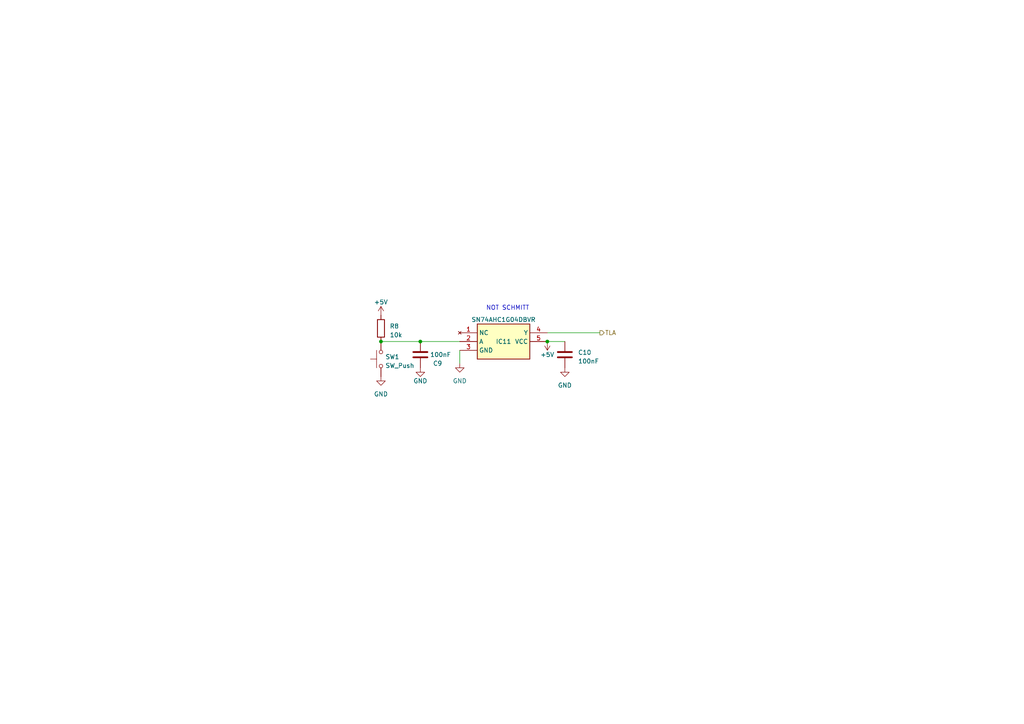
<source format=kicad_sch>
(kicad_sch
	(version 20231120)
	(generator "eeschema")
	(generator_version "8.0")
	(uuid "bbf1ef83-65e6-4532-8c43-d69052d45b6e")
	(paper "A4")
	(lib_symbols
		(symbol "AAAAAAAAAA:SN74AHC1G04DBVR"
			(exclude_from_sim no)
			(in_bom yes)
			(on_board yes)
			(property "Reference" "IC"
				(at 21.59 7.62 0)
				(effects
					(font
						(size 1.27 1.27)
					)
					(justify left top)
				)
			)
			(property "Value" "SN74AHC1G04DBVR"
				(at 21.59 5.08 0)
				(effects
					(font
						(size 1.27 1.27)
					)
					(justify left top)
				)
			)
			(property "Footprint" "SOT95P280X145-5N"
				(at 21.59 -94.92 0)
				(effects
					(font
						(size 1.27 1.27)
					)
					(justify left top)
					(hide yes)
				)
			)
			(property "Datasheet" "https://datasheet.datasheetarchive.com/originals/distributors/SFDatasheet-6/sf-000129664.pdf"
				(at 21.59 -194.92 0)
				(effects
					(font
						(size 1.27 1.27)
					)
					(justify left top)
					(hide yes)
				)
			)
			(property "Description" "SN74AHC1G04 Single Schmitt-Trigger Inverter Gate"
				(at 0 0 0)
				(effects
					(font
						(size 1.27 1.27)
					)
					(hide yes)
				)
			)
			(property "Height" "1.45"
				(at 21.59 -394.92 0)
				(effects
					(font
						(size 1.27 1.27)
					)
					(justify left top)
					(hide yes)
				)
			)
			(property "TME Electronic Components Part Number" ""
				(at 21.59 -494.92 0)
				(effects
					(font
						(size 1.27 1.27)
					)
					(justify left top)
					(hide yes)
				)
			)
			(property "TME Electronic Components Price/Stock" ""
				(at 21.59 -594.92 0)
				(effects
					(font
						(size 1.27 1.27)
					)
					(justify left top)
					(hide yes)
				)
			)
			(property "Manufacturer_Name" "Texas Instruments"
				(at 21.59 -694.92 0)
				(effects
					(font
						(size 1.27 1.27)
					)
					(justify left top)
					(hide yes)
				)
			)
			(property "Manufacturer_Part_Number" "SN74AHC1G04DBVR"
				(at 21.59 -794.92 0)
				(effects
					(font
						(size 1.27 1.27)
					)
					(justify left top)
					(hide yes)
				)
			)
			(symbol "SN74AHC1G04DBVR_1_1"
				(rectangle
					(start 5.08 2.54)
					(end 20.32 -7.62)
					(stroke
						(width 0.254)
						(type default)
					)
					(fill
						(type background)
					)
				)
				(pin no_connect line
					(at 0 0 0)
					(length 5.08)
					(name "NC"
						(effects
							(font
								(size 1.27 1.27)
							)
						)
					)
					(number "1"
						(effects
							(font
								(size 1.27 1.27)
							)
						)
					)
				)
				(pin passive line
					(at 0 -2.54 0)
					(length 5.08)
					(name "A"
						(effects
							(font
								(size 1.27 1.27)
							)
						)
					)
					(number "2"
						(effects
							(font
								(size 1.27 1.27)
							)
						)
					)
				)
				(pin power_in line
					(at 0 -5.08 0)
					(length 5.08)
					(name "GND"
						(effects
							(font
								(size 1.27 1.27)
							)
						)
					)
					(number "3"
						(effects
							(font
								(size 1.27 1.27)
							)
						)
					)
				)
				(pin passive line
					(at 25.4 0 180)
					(length 5.08)
					(name "Y"
						(effects
							(font
								(size 1.27 1.27)
							)
						)
					)
					(number "4"
						(effects
							(font
								(size 1.27 1.27)
							)
						)
					)
				)
				(pin power_in line
					(at 25.4 -2.54 180)
					(length 5.08)
					(name "VCC"
						(effects
							(font
								(size 1.27 1.27)
							)
						)
					)
					(number "5"
						(effects
							(font
								(size 1.27 1.27)
							)
						)
					)
				)
			)
		)
		(symbol "Device:C"
			(pin_numbers hide)
			(pin_names
				(offset 0.254)
			)
			(exclude_from_sim no)
			(in_bom yes)
			(on_board yes)
			(property "Reference" "C"
				(at 0.635 2.54 0)
				(effects
					(font
						(size 1.27 1.27)
					)
					(justify left)
				)
			)
			(property "Value" "C"
				(at 0.635 -2.54 0)
				(effects
					(font
						(size 1.27 1.27)
					)
					(justify left)
				)
			)
			(property "Footprint" ""
				(at 0.9652 -3.81 0)
				(effects
					(font
						(size 1.27 1.27)
					)
					(hide yes)
				)
			)
			(property "Datasheet" "~"
				(at 0 0 0)
				(effects
					(font
						(size 1.27 1.27)
					)
					(hide yes)
				)
			)
			(property "Description" "Unpolarized capacitor"
				(at 0 0 0)
				(effects
					(font
						(size 1.27 1.27)
					)
					(hide yes)
				)
			)
			(property "ki_keywords" "cap capacitor"
				(at 0 0 0)
				(effects
					(font
						(size 1.27 1.27)
					)
					(hide yes)
				)
			)
			(property "ki_fp_filters" "C_*"
				(at 0 0 0)
				(effects
					(font
						(size 1.27 1.27)
					)
					(hide yes)
				)
			)
			(symbol "C_0_1"
				(polyline
					(pts
						(xy -2.032 -0.762) (xy 2.032 -0.762)
					)
					(stroke
						(width 0.508)
						(type default)
					)
					(fill
						(type none)
					)
				)
				(polyline
					(pts
						(xy -2.032 0.762) (xy 2.032 0.762)
					)
					(stroke
						(width 0.508)
						(type default)
					)
					(fill
						(type none)
					)
				)
			)
			(symbol "C_1_1"
				(pin passive line
					(at 0 3.81 270)
					(length 2.794)
					(name "~"
						(effects
							(font
								(size 1.27 1.27)
							)
						)
					)
					(number "1"
						(effects
							(font
								(size 1.27 1.27)
							)
						)
					)
				)
				(pin passive line
					(at 0 -3.81 90)
					(length 2.794)
					(name "~"
						(effects
							(font
								(size 1.27 1.27)
							)
						)
					)
					(number "2"
						(effects
							(font
								(size 1.27 1.27)
							)
						)
					)
				)
			)
		)
		(symbol "Device:R"
			(pin_numbers hide)
			(pin_names
				(offset 0)
			)
			(exclude_from_sim no)
			(in_bom yes)
			(on_board yes)
			(property "Reference" "R"
				(at 2.032 0 90)
				(effects
					(font
						(size 1.27 1.27)
					)
				)
			)
			(property "Value" "R"
				(at 0 0 90)
				(effects
					(font
						(size 1.27 1.27)
					)
				)
			)
			(property "Footprint" ""
				(at -1.778 0 90)
				(effects
					(font
						(size 1.27 1.27)
					)
					(hide yes)
				)
			)
			(property "Datasheet" "~"
				(at 0 0 0)
				(effects
					(font
						(size 1.27 1.27)
					)
					(hide yes)
				)
			)
			(property "Description" "Resistor"
				(at 0 0 0)
				(effects
					(font
						(size 1.27 1.27)
					)
					(hide yes)
				)
			)
			(property "ki_keywords" "R res resistor"
				(at 0 0 0)
				(effects
					(font
						(size 1.27 1.27)
					)
					(hide yes)
				)
			)
			(property "ki_fp_filters" "R_*"
				(at 0 0 0)
				(effects
					(font
						(size 1.27 1.27)
					)
					(hide yes)
				)
			)
			(symbol "R_0_1"
				(rectangle
					(start -1.016 -2.54)
					(end 1.016 2.54)
					(stroke
						(width 0.254)
						(type default)
					)
					(fill
						(type none)
					)
				)
			)
			(symbol "R_1_1"
				(pin passive line
					(at 0 3.81 270)
					(length 1.27)
					(name "~"
						(effects
							(font
								(size 1.27 1.27)
							)
						)
					)
					(number "1"
						(effects
							(font
								(size 1.27 1.27)
							)
						)
					)
				)
				(pin passive line
					(at 0 -3.81 90)
					(length 1.27)
					(name "~"
						(effects
							(font
								(size 1.27 1.27)
							)
						)
					)
					(number "2"
						(effects
							(font
								(size 1.27 1.27)
							)
						)
					)
				)
			)
		)
		(symbol "Switch:SW_Push"
			(pin_numbers hide)
			(pin_names
				(offset 1.016) hide)
			(exclude_from_sim no)
			(in_bom yes)
			(on_board yes)
			(property "Reference" "SW"
				(at 1.27 2.54 0)
				(effects
					(font
						(size 1.27 1.27)
					)
					(justify left)
				)
			)
			(property "Value" "SW_Push"
				(at 0 -1.524 0)
				(effects
					(font
						(size 1.27 1.27)
					)
				)
			)
			(property "Footprint" ""
				(at 0 5.08 0)
				(effects
					(font
						(size 1.27 1.27)
					)
					(hide yes)
				)
			)
			(property "Datasheet" "~"
				(at 0 5.08 0)
				(effects
					(font
						(size 1.27 1.27)
					)
					(hide yes)
				)
			)
			(property "Description" "Push button switch, generic, two pins"
				(at 0 0 0)
				(effects
					(font
						(size 1.27 1.27)
					)
					(hide yes)
				)
			)
			(property "ki_keywords" "switch normally-open pushbutton push-button"
				(at 0 0 0)
				(effects
					(font
						(size 1.27 1.27)
					)
					(hide yes)
				)
			)
			(symbol "SW_Push_0_1"
				(circle
					(center -2.032 0)
					(radius 0.508)
					(stroke
						(width 0)
						(type default)
					)
					(fill
						(type none)
					)
				)
				(polyline
					(pts
						(xy 0 1.27) (xy 0 3.048)
					)
					(stroke
						(width 0)
						(type default)
					)
					(fill
						(type none)
					)
				)
				(polyline
					(pts
						(xy 2.54 1.27) (xy -2.54 1.27)
					)
					(stroke
						(width 0)
						(type default)
					)
					(fill
						(type none)
					)
				)
				(circle
					(center 2.032 0)
					(radius 0.508)
					(stroke
						(width 0)
						(type default)
					)
					(fill
						(type none)
					)
				)
				(pin passive line
					(at -5.08 0 0)
					(length 2.54)
					(name "1"
						(effects
							(font
								(size 1.27 1.27)
							)
						)
					)
					(number "1"
						(effects
							(font
								(size 1.27 1.27)
							)
						)
					)
				)
				(pin passive line
					(at 5.08 0 180)
					(length 2.54)
					(name "2"
						(effects
							(font
								(size 1.27 1.27)
							)
						)
					)
					(number "2"
						(effects
							(font
								(size 1.27 1.27)
							)
						)
					)
				)
			)
		)
		(symbol "power:+5V"
			(power)
			(pin_names
				(offset 0)
			)
			(exclude_from_sim no)
			(in_bom yes)
			(on_board yes)
			(property "Reference" "#PWR"
				(at 0 -3.81 0)
				(effects
					(font
						(size 1.27 1.27)
					)
					(hide yes)
				)
			)
			(property "Value" "+5V"
				(at 0 3.556 0)
				(effects
					(font
						(size 1.27 1.27)
					)
				)
			)
			(property "Footprint" ""
				(at 0 0 0)
				(effects
					(font
						(size 1.27 1.27)
					)
					(hide yes)
				)
			)
			(property "Datasheet" ""
				(at 0 0 0)
				(effects
					(font
						(size 1.27 1.27)
					)
					(hide yes)
				)
			)
			(property "Description" "Power symbol creates a global label with name \"+5V\""
				(at 0 0 0)
				(effects
					(font
						(size 1.27 1.27)
					)
					(hide yes)
				)
			)
			(property "ki_keywords" "global power"
				(at 0 0 0)
				(effects
					(font
						(size 1.27 1.27)
					)
					(hide yes)
				)
			)
			(symbol "+5V_0_1"
				(polyline
					(pts
						(xy -0.762 1.27) (xy 0 2.54)
					)
					(stroke
						(width 0)
						(type default)
					)
					(fill
						(type none)
					)
				)
				(polyline
					(pts
						(xy 0 0) (xy 0 2.54)
					)
					(stroke
						(width 0)
						(type default)
					)
					(fill
						(type none)
					)
				)
				(polyline
					(pts
						(xy 0 2.54) (xy 0.762 1.27)
					)
					(stroke
						(width 0)
						(type default)
					)
					(fill
						(type none)
					)
				)
			)
			(symbol "+5V_1_1"
				(pin power_in line
					(at 0 0 90)
					(length 0) hide
					(name "+5V"
						(effects
							(font
								(size 1.27 1.27)
							)
						)
					)
					(number "1"
						(effects
							(font
								(size 1.27 1.27)
							)
						)
					)
				)
			)
		)
		(symbol "power:GND"
			(power)
			(pin_names
				(offset 0)
			)
			(exclude_from_sim no)
			(in_bom yes)
			(on_board yes)
			(property "Reference" "#PWR"
				(at 0 -6.35 0)
				(effects
					(font
						(size 1.27 1.27)
					)
					(hide yes)
				)
			)
			(property "Value" "GND"
				(at 0 -3.81 0)
				(effects
					(font
						(size 1.27 1.27)
					)
				)
			)
			(property "Footprint" ""
				(at 0 0 0)
				(effects
					(font
						(size 1.27 1.27)
					)
					(hide yes)
				)
			)
			(property "Datasheet" ""
				(at 0 0 0)
				(effects
					(font
						(size 1.27 1.27)
					)
					(hide yes)
				)
			)
			(property "Description" "Power symbol creates a global label with name \"GND\" , ground"
				(at 0 0 0)
				(effects
					(font
						(size 1.27 1.27)
					)
					(hide yes)
				)
			)
			(property "ki_keywords" "global power"
				(at 0 0 0)
				(effects
					(font
						(size 1.27 1.27)
					)
					(hide yes)
				)
			)
			(symbol "GND_0_1"
				(polyline
					(pts
						(xy 0 0) (xy 0 -1.27) (xy 1.27 -1.27) (xy 0 -2.54) (xy -1.27 -1.27) (xy 0 -1.27)
					)
					(stroke
						(width 0)
						(type default)
					)
					(fill
						(type none)
					)
				)
			)
			(symbol "GND_1_1"
				(pin power_in line
					(at 0 0 270)
					(length 0) hide
					(name "GND"
						(effects
							(font
								(size 1.27 1.27)
							)
						)
					)
					(number "1"
						(effects
							(font
								(size 1.27 1.27)
							)
						)
					)
				)
			)
		)
	)
	(junction
		(at 121.92 99.06)
		(diameter 0)
		(color 0 0 0 0)
		(uuid "1ff03bbf-a0ec-4dd6-b289-4b542b3b0532")
	)
	(junction
		(at 158.75 99.06)
		(diameter 0)
		(color 0 0 0 0)
		(uuid "40b25727-cdc6-4216-acd8-b911092f6703")
	)
	(junction
		(at 110.49 99.06)
		(diameter 0)
		(color 0 0 0 0)
		(uuid "8610c106-f78d-44a9-b0b3-d9863bfe458f")
	)
	(wire
		(pts
			(xy 158.75 96.52) (xy 173.99 96.52)
		)
		(stroke
			(width 0)
			(type default)
		)
		(uuid "4105bd57-548c-44ce-b18d-9fbca4f1ff3d")
	)
	(wire
		(pts
			(xy 133.35 105.41) (xy 133.35 101.6)
		)
		(stroke
			(width 0)
			(type default)
		)
		(uuid "5ef76c2b-3792-4b5b-af4b-3165487be68f")
	)
	(wire
		(pts
			(xy 121.92 99.06) (xy 133.35 99.06)
		)
		(stroke
			(width 0)
			(type default)
		)
		(uuid "7b5ef854-1407-4cd8-a1f6-e7e85387765f")
	)
	(wire
		(pts
			(xy 158.75 99.06) (xy 163.83 99.06)
		)
		(stroke
			(width 0)
			(type default)
		)
		(uuid "81f18b76-2cf4-4f80-8e54-bee5e4137970")
	)
	(wire
		(pts
			(xy 110.49 99.06) (xy 121.92 99.06)
		)
		(stroke
			(width 0)
			(type default)
		)
		(uuid "a3d313ff-f912-464b-ac3d-7b427e14751f")
	)
	(text "NOT SCHMITT"
		(exclude_from_sim no)
		(at 140.97 90.17 0)
		(effects
			(font
				(size 1.27 1.27)
			)
			(justify left bottom)
		)
		(uuid "f1621a8e-2e54-4495-86df-ce2de3b9be29")
	)
	(hierarchical_label "TLA"
		(shape output)
		(at 173.99 96.52 0)
		(fields_autoplaced yes)
		(effects
			(font
				(size 1.27 1.27)
			)
			(justify left)
		)
		(uuid "270aca04-d5c9-41c9-ae66-6d7daac47552")
	)
	(symbol
		(lib_id "Device:C")
		(at 163.83 102.87 180)
		(unit 1)
		(exclude_from_sim no)
		(in_bom yes)
		(on_board yes)
		(dnp no)
		(fields_autoplaced yes)
		(uuid "0bc49984-f6de-432e-97d7-2506ab6ac562")
		(property "Reference" "C10"
			(at 167.64 102.235 0)
			(effects
				(font
					(size 1.27 1.27)
				)
				(justify right)
			)
		)
		(property "Value" "100nF"
			(at 167.64 104.775 0)
			(effects
				(font
					(size 1.27 1.27)
				)
				(justify right)
			)
		)
		(property "Footprint" "Capacitor_SMD:C_1206_3216Metric"
			(at 162.8648 99.06 0)
			(effects
				(font
					(size 1.27 1.27)
				)
				(hide yes)
			)
		)
		(property "Datasheet" "~"
			(at 163.83 102.87 0)
			(effects
				(font
					(size 1.27 1.27)
				)
				(hide yes)
			)
		)
		(property "Description" ""
			(at 163.83 102.87 0)
			(effects
				(font
					(size 1.27 1.27)
				)
				(hide yes)
			)
		)
		(pin "1"
			(uuid "68cec33e-f42f-444f-8f7a-8834e7552a2f")
		)
		(pin "2"
			(uuid "1febb1e1-5387-4c80-9eb6-c12b9f94ebf0")
		)
		(instances
			(project "14000JKFF"
				(path "/56463b8e-670e-41df-bd3a-314161dc4bc4/2a804e11-492b-41fe-9d8f-08bccac5cc4a/ddf6b854-1b6b-44a1-a81b-20841d5e08b5"
					(reference "C10")
					(unit 1)
				)
				(path "/56463b8e-670e-41df-bd3a-314161dc4bc4/2a804e11-492b-41fe-9d8f-08bccac5cc4a/97171959-c720-4554-aa33-7fd77698ddce"
					(reference "C12")
					(unit 1)
				)
				(path "/56463b8e-670e-41df-bd3a-314161dc4bc4/2a804e11-492b-41fe-9d8f-08bccac5cc4a/7c5012c8-32e5-475c-9475-6912e14a528f"
					(reference "C14")
					(unit 1)
				)
			)
		)
	)
	(symbol
		(lib_id "power:GND")
		(at 121.92 106.68 0)
		(unit 1)
		(exclude_from_sim no)
		(in_bom yes)
		(on_board yes)
		(dnp no)
		(fields_autoplaced yes)
		(uuid "17e5cfbb-f811-4206-8536-feb18ce0f9e3")
		(property "Reference" "#PWR032"
			(at 121.92 113.03 0)
			(effects
				(font
					(size 1.27 1.27)
				)
				(hide yes)
			)
		)
		(property "Value" "GND"
			(at 121.92 110.49 0)
			(effects
				(font
					(size 1.27 1.27)
				)
			)
		)
		(property "Footprint" ""
			(at 121.92 106.68 0)
			(effects
				(font
					(size 1.27 1.27)
				)
				(hide yes)
			)
		)
		(property "Datasheet" ""
			(at 121.92 106.68 0)
			(effects
				(font
					(size 1.27 1.27)
				)
				(hide yes)
			)
		)
		(property "Description" ""
			(at 121.92 106.68 0)
			(effects
				(font
					(size 1.27 1.27)
				)
				(hide yes)
			)
		)
		(pin "1"
			(uuid "1f2c3988-e498-4cd6-8b1c-7724d8a6bd41")
		)
		(instances
			(project "14000JKFF"
				(path "/56463b8e-670e-41df-bd3a-314161dc4bc4/2a804e11-492b-41fe-9d8f-08bccac5cc4a/ddf6b854-1b6b-44a1-a81b-20841d5e08b5"
					(reference "#PWR032")
					(unit 1)
				)
				(path "/56463b8e-670e-41df-bd3a-314161dc4bc4/2a804e11-492b-41fe-9d8f-08bccac5cc4a/97171959-c720-4554-aa33-7fd77698ddce"
					(reference "#PWR038")
					(unit 1)
				)
				(path "/56463b8e-670e-41df-bd3a-314161dc4bc4/2a804e11-492b-41fe-9d8f-08bccac5cc4a/7c5012c8-32e5-475c-9475-6912e14a528f"
					(reference "#PWR044")
					(unit 1)
				)
			)
		)
	)
	(symbol
		(lib_id "power:GND")
		(at 133.35 105.41 0)
		(unit 1)
		(exclude_from_sim no)
		(in_bom yes)
		(on_board yes)
		(dnp no)
		(fields_autoplaced yes)
		(uuid "37b0b131-a32d-4b3d-b3a3-2aaff2b066e7")
		(property "Reference" "#PWR033"
			(at 133.35 111.76 0)
			(effects
				(font
					(size 1.27 1.27)
				)
				(hide yes)
			)
		)
		(property "Value" "GND"
			(at 133.35 110.49 0)
			(effects
				(font
					(size 1.27 1.27)
				)
			)
		)
		(property "Footprint" ""
			(at 133.35 105.41 0)
			(effects
				(font
					(size 1.27 1.27)
				)
				(hide yes)
			)
		)
		(property "Datasheet" ""
			(at 133.35 105.41 0)
			(effects
				(font
					(size 1.27 1.27)
				)
				(hide yes)
			)
		)
		(property "Description" ""
			(at 133.35 105.41 0)
			(effects
				(font
					(size 1.27 1.27)
				)
				(hide yes)
			)
		)
		(pin "1"
			(uuid "4fb749c1-da58-4179-99ca-8bb6d5c43cb6")
		)
		(instances
			(project "14000JKFF"
				(path "/56463b8e-670e-41df-bd3a-314161dc4bc4/2a804e11-492b-41fe-9d8f-08bccac5cc4a/ddf6b854-1b6b-44a1-a81b-20841d5e08b5"
					(reference "#PWR033")
					(unit 1)
				)
				(path "/56463b8e-670e-41df-bd3a-314161dc4bc4/2a804e11-492b-41fe-9d8f-08bccac5cc4a/97171959-c720-4554-aa33-7fd77698ddce"
					(reference "#PWR039")
					(unit 1)
				)
				(path "/56463b8e-670e-41df-bd3a-314161dc4bc4/2a804e11-492b-41fe-9d8f-08bccac5cc4a/7c5012c8-32e5-475c-9475-6912e14a528f"
					(reference "#PWR045")
					(unit 1)
				)
			)
		)
	)
	(symbol
		(lib_id "power:GND")
		(at 163.83 106.68 0)
		(unit 1)
		(exclude_from_sim no)
		(in_bom yes)
		(on_board yes)
		(dnp no)
		(fields_autoplaced yes)
		(uuid "3d198a83-930c-483b-a6c0-dc5d6b6f7797")
		(property "Reference" "#PWR035"
			(at 163.83 113.03 0)
			(effects
				(font
					(size 1.27 1.27)
				)
				(hide yes)
			)
		)
		(property "Value" "GND"
			(at 163.83 111.76 0)
			(effects
				(font
					(size 1.27 1.27)
				)
			)
		)
		(property "Footprint" ""
			(at 163.83 106.68 0)
			(effects
				(font
					(size 1.27 1.27)
				)
				(hide yes)
			)
		)
		(property "Datasheet" ""
			(at 163.83 106.68 0)
			(effects
				(font
					(size 1.27 1.27)
				)
				(hide yes)
			)
		)
		(property "Description" ""
			(at 163.83 106.68 0)
			(effects
				(font
					(size 1.27 1.27)
				)
				(hide yes)
			)
		)
		(pin "1"
			(uuid "11a0bf91-e33e-4e10-94a1-a4121438176d")
		)
		(instances
			(project "14000JKFF"
				(path "/56463b8e-670e-41df-bd3a-314161dc4bc4/2a804e11-492b-41fe-9d8f-08bccac5cc4a/ddf6b854-1b6b-44a1-a81b-20841d5e08b5"
					(reference "#PWR035")
					(unit 1)
				)
				(path "/56463b8e-670e-41df-bd3a-314161dc4bc4/2a804e11-492b-41fe-9d8f-08bccac5cc4a/97171959-c720-4554-aa33-7fd77698ddce"
					(reference "#PWR041")
					(unit 1)
				)
				(path "/56463b8e-670e-41df-bd3a-314161dc4bc4/2a804e11-492b-41fe-9d8f-08bccac5cc4a/7c5012c8-32e5-475c-9475-6912e14a528f"
					(reference "#PWR047")
					(unit 1)
				)
			)
		)
	)
	(symbol
		(lib_id "AAAAAAAAAA:SN74AHC1G04DBVR")
		(at 133.35 96.52 0)
		(unit 1)
		(exclude_from_sim no)
		(in_bom yes)
		(on_board yes)
		(dnp no)
		(uuid "695dab5a-ecba-4c23-b47d-2aeb5dd68cac")
		(property "Reference" "IC11"
			(at 146.05 99.06 0)
			(effects
				(font
					(size 1.27 1.27)
				)
			)
		)
		(property "Value" "SN74AHC1G04DBVR"
			(at 146.05 92.71 0)
			(effects
				(font
					(size 1.27 1.27)
				)
			)
		)
		(property "Footprint" "AAAAAAAAA:SOT95P280X145-5N"
			(at 154.94 191.44 0)
			(effects
				(font
					(size 1.27 1.27)
				)
				(justify left top)
				(hide yes)
			)
		)
		(property "Datasheet" "https://datasheet.datasheetarchive.com/originals/distributors/SFDatasheet-6/sf-000129664.pdf"
			(at 154.94 291.44 0)
			(effects
				(font
					(size 1.27 1.27)
				)
				(justify left top)
				(hide yes)
			)
		)
		(property "Description" ""
			(at 133.35 96.52 0)
			(effects
				(font
					(size 1.27 1.27)
				)
				(hide yes)
			)
		)
		(property "Height" "1.45"
			(at 154.94 491.44 0)
			(effects
				(font
					(size 1.27 1.27)
				)
				(justify left top)
				(hide yes)
			)
		)
		(property "TME Electronic Components Part Number" ""
			(at 154.94 591.44 0)
			(effects
				(font
					(size 1.27 1.27)
				)
				(justify left top)
				(hide yes)
			)
		)
		(property "TME Electronic Components Price/Stock" ""
			(at 154.94 691.44 0)
			(effects
				(font
					(size 1.27 1.27)
				)
				(justify left top)
				(hide yes)
			)
		)
		(property "Manufacturer_Name" "Texas Instruments"
			(at 154.94 791.44 0)
			(effects
				(font
					(size 1.27 1.27)
				)
				(justify left top)
				(hide yes)
			)
		)
		(property "Manufacturer_Part_Number" "SN74AHC1G04DBVR"
			(at 154.94 891.44 0)
			(effects
				(font
					(size 1.27 1.27)
				)
				(justify left top)
				(hide yes)
			)
		)
		(property "Pole9" "; Ch: 1; SMD; SOT23-5; 2÷5,5VDC"
			(at 133.35 96.52 0)
			(effects
				(font
					(size 1.27 1.27)
				)
				(hide yes)
			)
		)
		(pin "1"
			(uuid "2e9960bb-b0c8-477d-ae80-cbbd353f5b7b")
		)
		(pin "2"
			(uuid "e07067da-fdd5-4e18-9537-4a3e4ce3929e")
		)
		(pin "3"
			(uuid "f24e4ad7-a2a2-40e0-a05a-d70446e03c48")
		)
		(pin "4"
			(uuid "94c2a7ea-13c6-4f18-8a36-25b8929c01d0")
		)
		(pin "5"
			(uuid "d7e5c44b-fb78-4b7a-9b9a-a453c352670c")
		)
		(instances
			(project "14000JKFF"
				(path "/56463b8e-670e-41df-bd3a-314161dc4bc4/2a804e11-492b-41fe-9d8f-08bccac5cc4a/ddf6b854-1b6b-44a1-a81b-20841d5e08b5"
					(reference "IC11")
					(unit 1)
				)
				(path "/56463b8e-670e-41df-bd3a-314161dc4bc4/2a804e11-492b-41fe-9d8f-08bccac5cc4a/97171959-c720-4554-aa33-7fd77698ddce"
					(reference "IC12")
					(unit 1)
				)
				(path "/56463b8e-670e-41df-bd3a-314161dc4bc4/2a804e11-492b-41fe-9d8f-08bccac5cc4a/7c5012c8-32e5-475c-9475-6912e14a528f"
					(reference "IC13")
					(unit 1)
				)
			)
		)
	)
	(symbol
		(lib_id "power:+5V")
		(at 110.49 91.44 0)
		(unit 1)
		(exclude_from_sim no)
		(in_bom yes)
		(on_board yes)
		(dnp no)
		(uuid "a91a99eb-f2c0-487d-a6ea-3fe106b60680")
		(property "Reference" "#PWR030"
			(at 110.49 95.25 0)
			(effects
				(font
					(size 1.27 1.27)
				)
				(hide yes)
			)
		)
		(property "Value" "+5V"
			(at 110.49 87.63 0)
			(effects
				(font
					(size 1.27 1.27)
				)
			)
		)
		(property "Footprint" ""
			(at 110.49 91.44 0)
			(effects
				(font
					(size 1.27 1.27)
				)
				(hide yes)
			)
		)
		(property "Datasheet" ""
			(at 110.49 91.44 0)
			(effects
				(font
					(size 1.27 1.27)
				)
				(hide yes)
			)
		)
		(property "Description" ""
			(at 110.49 91.44 0)
			(effects
				(font
					(size 1.27 1.27)
				)
				(hide yes)
			)
		)
		(pin "1"
			(uuid "8406c191-ddce-4705-994b-6bbe8cd62f69")
		)
		(instances
			(project "14000JKFF"
				(path "/56463b8e-670e-41df-bd3a-314161dc4bc4/2a804e11-492b-41fe-9d8f-08bccac5cc4a/ddf6b854-1b6b-44a1-a81b-20841d5e08b5"
					(reference "#PWR030")
					(unit 1)
				)
				(path "/56463b8e-670e-41df-bd3a-314161dc4bc4/2a804e11-492b-41fe-9d8f-08bccac5cc4a/97171959-c720-4554-aa33-7fd77698ddce"
					(reference "#PWR036")
					(unit 1)
				)
				(path "/56463b8e-670e-41df-bd3a-314161dc4bc4/2a804e11-492b-41fe-9d8f-08bccac5cc4a/7c5012c8-32e5-475c-9475-6912e14a528f"
					(reference "#PWR042")
					(unit 1)
				)
			)
		)
	)
	(symbol
		(lib_id "Switch:SW_Push")
		(at 110.49 104.14 90)
		(unit 1)
		(exclude_from_sim no)
		(in_bom yes)
		(on_board yes)
		(dnp no)
		(fields_autoplaced yes)
		(uuid "bcb9e552-5f88-4c2b-b412-6cddc9f05546")
		(property "Reference" "SW1"
			(at 111.76 103.505 90)
			(effects
				(font
					(size 1.27 1.27)
				)
				(justify right)
			)
		)
		(property "Value" "SW_Push"
			(at 111.76 106.045 90)
			(effects
				(font
					(size 1.27 1.27)
				)
				(justify right)
			)
		)
		(property "Footprint" "Button_Switch_THT:SW_PUSH_6mm_H7.3mm"
			(at 105.41 104.14 0)
			(effects
				(font
					(size 1.27 1.27)
				)
				(hide yes)
			)
		)
		(property "Datasheet" "~"
			(at 105.41 104.14 0)
			(effects
				(font
					(size 1.27 1.27)
				)
				(hide yes)
			)
		)
		(property "Description" ""
			(at 110.49 104.14 0)
			(effects
				(font
					(size 1.27 1.27)
				)
				(hide yes)
			)
		)
		(pin "1"
			(uuid "ac26a6ac-2030-4e4b-adaf-88f585fa81d2")
		)
		(pin "2"
			(uuid "14a9c0ee-ffae-47f6-8fd8-652e6e24e3ba")
		)
		(instances
			(project "14000JKFF"
				(path "/56463b8e-670e-41df-bd3a-314161dc4bc4/2a804e11-492b-41fe-9d8f-08bccac5cc4a/ddf6b854-1b6b-44a1-a81b-20841d5e08b5"
					(reference "SW1")
					(unit 1)
				)
				(path "/56463b8e-670e-41df-bd3a-314161dc4bc4/2a804e11-492b-41fe-9d8f-08bccac5cc4a/97171959-c720-4554-aa33-7fd77698ddce"
					(reference "SW2")
					(unit 1)
				)
				(path "/56463b8e-670e-41df-bd3a-314161dc4bc4/2a804e11-492b-41fe-9d8f-08bccac5cc4a/7c5012c8-32e5-475c-9475-6912e14a528f"
					(reference "SW3")
					(unit 1)
				)
			)
		)
	)
	(symbol
		(lib_id "Device:C")
		(at 121.92 102.87 180)
		(unit 1)
		(exclude_from_sim no)
		(in_bom yes)
		(on_board yes)
		(dnp no)
		(uuid "c1af7a9f-0fb4-48a3-8163-f6f2658bbec1")
		(property "Reference" "C9"
			(at 128.27 105.41 0)
			(effects
				(font
					(size 1.27 1.27)
				)
				(justify left)
			)
		)
		(property "Value" "100nF"
			(at 130.81 102.87 0)
			(effects
				(font
					(size 1.27 1.27)
				)
				(justify left)
			)
		)
		(property "Footprint" "Capacitor_SMD:C_1206_3216Metric"
			(at 120.9548 99.06 0)
			(effects
				(font
					(size 1.27 1.27)
				)
				(hide yes)
			)
		)
		(property "Datasheet" "~"
			(at 121.92 102.87 0)
			(effects
				(font
					(size 1.27 1.27)
				)
				(hide yes)
			)
		)
		(property "Description" ""
			(at 121.92 102.87 0)
			(effects
				(font
					(size 1.27 1.27)
				)
				(hide yes)
			)
		)
		(pin "1"
			(uuid "e273abe9-4fc8-4449-9288-60b3490b987a")
		)
		(pin "2"
			(uuid "485fd459-fde7-4b28-9317-6dd8708387ef")
		)
		(instances
			(project "14000JKFF"
				(path "/56463b8e-670e-41df-bd3a-314161dc4bc4/2a804e11-492b-41fe-9d8f-08bccac5cc4a/ddf6b854-1b6b-44a1-a81b-20841d5e08b5"
					(reference "C9")
					(unit 1)
				)
				(path "/56463b8e-670e-41df-bd3a-314161dc4bc4/2a804e11-492b-41fe-9d8f-08bccac5cc4a/97171959-c720-4554-aa33-7fd77698ddce"
					(reference "C11")
					(unit 1)
				)
				(path "/56463b8e-670e-41df-bd3a-314161dc4bc4/2a804e11-492b-41fe-9d8f-08bccac5cc4a/7c5012c8-32e5-475c-9475-6912e14a528f"
					(reference "C13")
					(unit 1)
				)
			)
		)
	)
	(symbol
		(lib_id "power:GND")
		(at 110.49 109.22 0)
		(unit 1)
		(exclude_from_sim no)
		(in_bom yes)
		(on_board yes)
		(dnp no)
		(fields_autoplaced yes)
		(uuid "e5a86808-b247-4e47-b2aa-9148a42591d8")
		(property "Reference" "#PWR031"
			(at 110.49 115.57 0)
			(effects
				(font
					(size 1.27 1.27)
				)
				(hide yes)
			)
		)
		(property "Value" "GND"
			(at 110.49 114.3 0)
			(effects
				(font
					(size 1.27 1.27)
				)
			)
		)
		(property "Footprint" ""
			(at 110.49 109.22 0)
			(effects
				(font
					(size 1.27 1.27)
				)
				(hide yes)
			)
		)
		(property "Datasheet" ""
			(at 110.49 109.22 0)
			(effects
				(font
					(size 1.27 1.27)
				)
				(hide yes)
			)
		)
		(property "Description" ""
			(at 110.49 109.22 0)
			(effects
				(font
					(size 1.27 1.27)
				)
				(hide yes)
			)
		)
		(pin "1"
			(uuid "9923f3f0-6fab-4ddc-aa26-74a4eeb80444")
		)
		(instances
			(project "14000JKFF"
				(path "/56463b8e-670e-41df-bd3a-314161dc4bc4/2a804e11-492b-41fe-9d8f-08bccac5cc4a/ddf6b854-1b6b-44a1-a81b-20841d5e08b5"
					(reference "#PWR031")
					(unit 1)
				)
				(path "/56463b8e-670e-41df-bd3a-314161dc4bc4/2a804e11-492b-41fe-9d8f-08bccac5cc4a/97171959-c720-4554-aa33-7fd77698ddce"
					(reference "#PWR037")
					(unit 1)
				)
				(path "/56463b8e-670e-41df-bd3a-314161dc4bc4/2a804e11-492b-41fe-9d8f-08bccac5cc4a/7c5012c8-32e5-475c-9475-6912e14a528f"
					(reference "#PWR043")
					(unit 1)
				)
			)
		)
	)
	(symbol
		(lib_id "power:+5V")
		(at 158.75 99.06 180)
		(unit 1)
		(exclude_from_sim no)
		(in_bom yes)
		(on_board yes)
		(dnp no)
		(uuid "f3ff2171-bd57-47eb-b649-20a743b04b1e")
		(property "Reference" "#PWR034"
			(at 158.75 95.25 0)
			(effects
				(font
					(size 1.27 1.27)
				)
				(hide yes)
			)
		)
		(property "Value" "+5V"
			(at 158.75 102.87 0)
			(effects
				(font
					(size 1.27 1.27)
				)
			)
		)
		(property "Footprint" ""
			(at 158.75 99.06 0)
			(effects
				(font
					(size 1.27 1.27)
				)
				(hide yes)
			)
		)
		(property "Datasheet" ""
			(at 158.75 99.06 0)
			(effects
				(font
					(size 1.27 1.27)
				)
				(hide yes)
			)
		)
		(property "Description" ""
			(at 158.75 99.06 0)
			(effects
				(font
					(size 1.27 1.27)
				)
				(hide yes)
			)
		)
		(pin "1"
			(uuid "af775581-5c2d-42da-8086-c90d3fef742e")
		)
		(instances
			(project "14000JKFF"
				(path "/56463b8e-670e-41df-bd3a-314161dc4bc4/2a804e11-492b-41fe-9d8f-08bccac5cc4a/ddf6b854-1b6b-44a1-a81b-20841d5e08b5"
					(reference "#PWR034")
					(unit 1)
				)
				(path "/56463b8e-670e-41df-bd3a-314161dc4bc4/2a804e11-492b-41fe-9d8f-08bccac5cc4a/97171959-c720-4554-aa33-7fd77698ddce"
					(reference "#PWR040")
					(unit 1)
				)
				(path "/56463b8e-670e-41df-bd3a-314161dc4bc4/2a804e11-492b-41fe-9d8f-08bccac5cc4a/7c5012c8-32e5-475c-9475-6912e14a528f"
					(reference "#PWR046")
					(unit 1)
				)
			)
		)
	)
	(symbol
		(lib_id "Device:R")
		(at 110.49 95.25 0)
		(unit 1)
		(exclude_from_sim no)
		(in_bom yes)
		(on_board yes)
		(dnp no)
		(fields_autoplaced yes)
		(uuid "fd32e5f8-3895-4418-a14e-ea5dfcf72481")
		(property "Reference" "R8"
			(at 113.03 94.615 0)
			(effects
				(font
					(size 1.27 1.27)
				)
				(justify left)
			)
		)
		(property "Value" "10k"
			(at 113.03 97.155 0)
			(effects
				(font
					(size 1.27 1.27)
				)
				(justify left)
			)
		)
		(property "Footprint" "Resistor_SMD:R_1206_3216Metric"
			(at 108.712 95.25 90)
			(effects
				(font
					(size 1.27 1.27)
				)
				(hide yes)
			)
		)
		(property "Datasheet" "~"
			(at 110.49 95.25 0)
			(effects
				(font
					(size 1.27 1.27)
				)
				(hide yes)
			)
		)
		(property "Description" ""
			(at 110.49 95.25 0)
			(effects
				(font
					(size 1.27 1.27)
				)
				(hide yes)
			)
		)
		(pin "1"
			(uuid "948dae26-b2a7-46cc-ba89-3499ded51199")
		)
		(pin "2"
			(uuid "db6ea019-39d8-4180-8004-f1fae085ba97")
		)
		(instances
			(project "14000JKFF"
				(path "/56463b8e-670e-41df-bd3a-314161dc4bc4/2a804e11-492b-41fe-9d8f-08bccac5cc4a/ddf6b854-1b6b-44a1-a81b-20841d5e08b5"
					(reference "R8")
					(unit 1)
				)
				(path "/56463b8e-670e-41df-bd3a-314161dc4bc4/2a804e11-492b-41fe-9d8f-08bccac5cc4a/97171959-c720-4554-aa33-7fd77698ddce"
					(reference "R9")
					(unit 1)
				)
				(path "/56463b8e-670e-41df-bd3a-314161dc4bc4/2a804e11-492b-41fe-9d8f-08bccac5cc4a/7c5012c8-32e5-475c-9475-6912e14a528f"
					(reference "R10")
					(unit 1)
				)
			)
		)
	)
)

</source>
